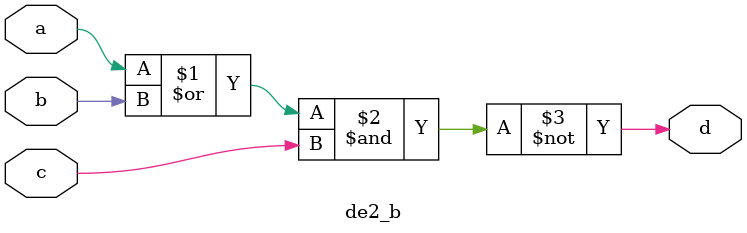
<source format=v>
`timescale 1ns / 1ps

module de2_b(
    input a, b, c,
    output d
    );
    assign d = ~((a | b) & c);
endmodule
</source>
